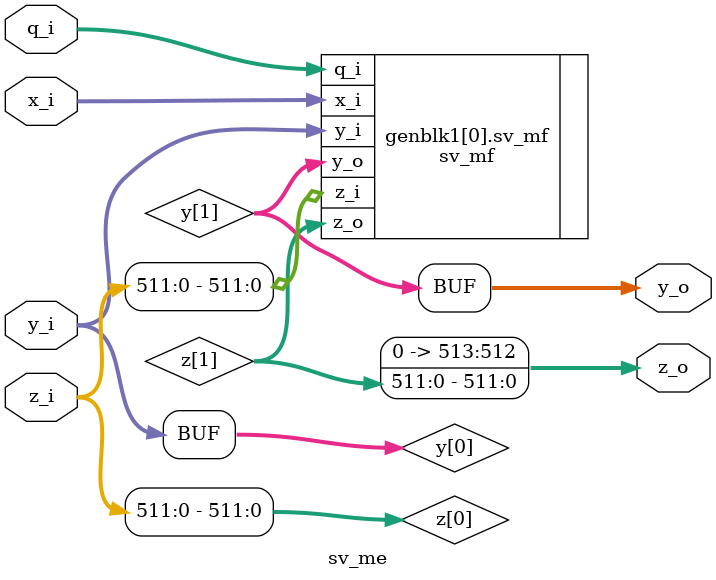
<source format=sv>


module sv_me #(
  parameter DATA_WIDTH = 512,
  parameter ROUND_PER_TACT = 1)
(
  input  logic   [DATA_WIDTH-1:0] q_i,

  input  logic   [DATA_WIDTH-1:0] x_i,
  input  logic   [DATA_WIDTH-1:0] y_i,
  input  logic   [DATA_WIDTH+1:0] z_i,

  output logic   [DATA_WIDTH-1:0] y_o,
  output logic   [DATA_WIDTH+1:0] z_o);


  logic   [DATA_WIDTH-1:0] y [0:ROUND_PER_TACT];
  logic   [DATA_WIDTH-1:0] z [0:ROUND_PER_TACT];

  assign y[0] = y_i;
  assign z[0] = z_i;

  genvar i;

  generate for (i=0; i<ROUND_PER_TACT; i++) begin
    sv_mf #(DATA_WIDTH) 
    sv_mf (
      .q_i(q_i),

      .x_i(x_i),
      .y_i(y[i]),
      .z_i(z[i]),

      .y_o(y[i+1]),
      .z_o(z[i+1])); 

  end endgenerate

  assign y_o = y[ROUND_PER_TACT];
  assign z_o = z[ROUND_PER_TACT];  



endmodule

</source>
